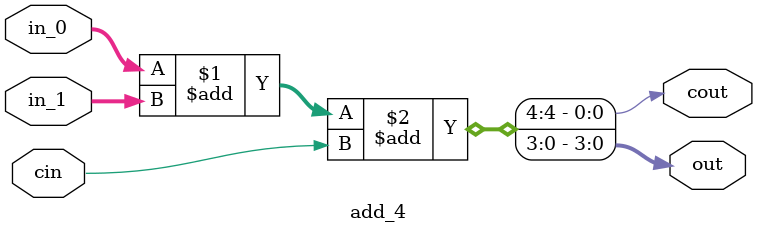
<source format=v>
`timescale 1ns / 1ps


module add_4(
    //input/output signals and defination
    input [3:0] in_0,
    input [3:0] in_1,
    input cin,
    output [3:0] out,
    output cout
    );
    
    // assignment statement
    assign {cout, out} = in_0 + in_1 + cin;
    
endmodule

</source>
